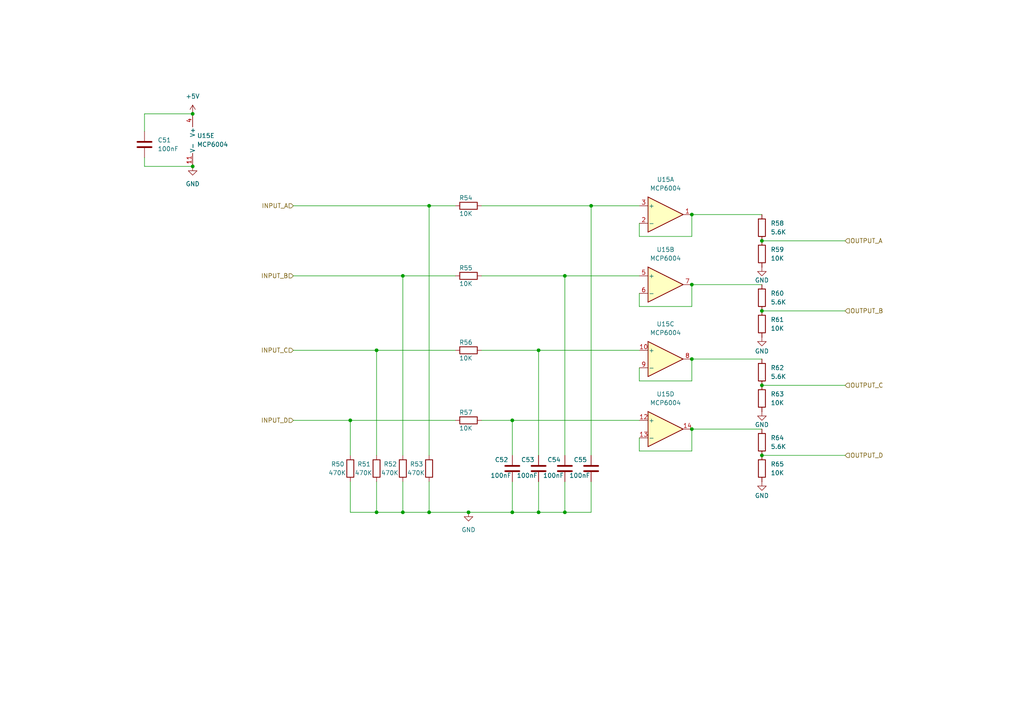
<source format=kicad_sch>
(kicad_sch (version 20250114) (generator "eeschema") (generator_version "9.0")
  (paper "A4")
  (lib_symbols
    (symbol "Amplifier_Operational:MCP6004" (pin_names (offset 0.127))
      (property "Reference" "U" (at 0 5.08 0))
      (property "Value" "MCP6004" (at 0 -5.08 0))
      (symbol "MCP6004_1_1"
        (polyline (pts (xy -5.08 5.08) (xy 5.08 0) (xy -5.08 -5.08) (xy -5.08 5.08)) (stroke (width 0.254)) (fill (type background)))
        (pin input line (at -7.62 2.54 0) (length 2.54) (name "+") (number "3"))
        (pin input line (at -7.62 -2.54 0) (length 2.54) (name "-") (number "2"))
        (pin output line (at 7.62 0 180) (length 2.54) (name "~") (number "1"))
      )
      (symbol "MCP6004_2_1"
        (polyline (pts (xy -5.08 5.08) (xy 5.08 0) (xy -5.08 -5.08) (xy -5.08 5.08)) (stroke (width 0.254)) (fill (type background)))
        (pin input line (at -7.62 2.54 0) (length 2.54) (name "+") (number "5"))
        (pin input line (at -7.62 -2.54 0) (length 2.54) (name "-") (number "6"))
        (pin output line (at 7.62 0 180) (length 2.54) (name "~") (number "7"))
      )
      (symbol "MCP6004_3_1"
        (polyline (pts (xy -5.08 5.08) (xy 5.08 0) (xy -5.08 -5.08) (xy -5.08 5.08)) (stroke (width 0.254)) (fill (type background)))
        (pin input line (at -7.62 2.54 0) (length 2.54) (name "+") (number "10"))
        (pin input line (at -7.62 -2.54 0) (length 2.54) (name "-") (number "9"))
        (pin output line (at 7.62 0 180) (length 2.54) (name "~") (number "8"))
      )
      (symbol "MCP6004_4_1"
        (polyline (pts (xy -5.08 5.08) (xy 5.08 0) (xy -5.08 -5.08) (xy -5.08 5.08)) (stroke (width 0.254)) (fill (type background)))
        (pin input line (at -7.62 2.54 0) (length 2.54) (name "+") (number "12"))
        (pin input line (at -7.62 -2.54 0) (length 2.54) (name "-") (number "13"))
        (pin output line (at 7.62 0 180) (length 2.54) (name "~") (number "14"))
      )
      (symbol "MCP6004_5_1"
        (pin power_in line (at -2.54 7.62 270) (length 3.81) (name "V+") (number "4"))
        (pin power_in line (at -2.54 -7.62 90) (length 3.81) (name "V-") (number "11"))
      )
    )
    (symbol "Device:C" (pin_numbers (hide yes)) (pin_names (offset 0.254))
      (property "Reference" "C" (at 0.635 2.54 0))
      (property "Value" "C" (at 0.635 -2.54 0))
      (symbol "C_0_1"
        (polyline (pts (xy -2.032 0.762) (xy 2.032 0.762)) (stroke (width 0.508)))
        (polyline (pts (xy -2.032 -0.762) (xy 2.032 -0.762)) (stroke (width 0.508)))
      )
      (symbol "C_1_1"
        (pin passive line (at 0 3.81 270) (length 2.794) (name "~") (number "1"))
        (pin passive line (at 0 -3.81 90) (length 2.794) (name "~") (number "2"))
      )
    )
    (symbol "Device:R" (pin_numbers (hide yes)) (pin_names (offset 0))
      (property "Reference" "R" (at 2.032 0 90))
      (property "Value" "R" (at 0 0 90))
      (symbol "R_0_1"
        (rectangle (start -1.016 -2.54) (end 1.016 2.54) (stroke (width 0.254)))
      )
      (symbol "R_1_1"
        (pin passive line (at 0 3.81 270) (length 1.27) (name "~") (number "1"))
        (pin passive line (at 0 -3.81 90) (length 1.27) (name "~") (number "2"))
      )
    )
    (symbol "power:+5V" (power) (pin_numbers (hide yes)) (pin_names (offset 0) (hide yes))
      (property "Value" "+5V" (at 0 3.556 0))
      (symbol "+5V_0_1"
        (polyline (pts (xy -0.762 1.27) (xy 0 2.54)))
        (polyline (pts (xy 0 2.54) (xy 0.762 1.27)))
        (polyline (pts (xy 0 0) (xy 0 2.54)))
      )
      (symbol "+5V_1_1"
        (pin power_in line (at 0 0 90) (length 0) (name "~") (number "1"))
      )
    )
    (symbol "power:GND" (power) (pin_numbers (hide yes)) (pin_names (offset 0) (hide yes))
      (property "Value" "GND" (at 0 -3.81 0))
      (symbol "GND_0_1"
        (polyline (pts (xy 0 0) (xy 0 -1.27) (xy 1.27 -1.27) (xy 0 -2.54) (xy -1.27 -1.27) (xy 0 -1.27)))
      )
      (symbol "GND_1_1"
        (pin power_in line (at 0 0 270) (length 0) (name "~") (number "1"))
      )
    )
  )
  (junction (at 55.88 33.02))
  (junction (at 101.6 121.92))
  (junction (at 200.66 104.14))
  (junction (at 124.46 59.69))
  (junction (at 116.84 148.59))
  (junction (at 200.66 82.55))
  (junction (at 220.98 90.17))
  (junction (at 220.98 111.76))
  (junction (at 220.98 69.85))
  (junction (at 200.66 124.46))
  (junction (at 135.89 148.59))
  (junction (at 148.59 121.92))
  (junction (at 109.22 148.59))
  (junction (at 156.21 148.59))
  (junction (at 156.21 101.6))
  (junction (at 109.22 101.6))
  (junction (at 116.84 80.01))
  (junction (at 163.83 148.59))
  (junction (at 220.98 132.08))
  (junction (at 171.45 59.69))
  (junction (at 124.46 148.59))
  (junction (at 148.59 148.59))
  (junction (at 163.83 80.01))
  (junction (at 55.88 48.26))
  (junction (at 200.66 62.23))
  (wire (pts (xy 220.98 111.76) (xy 245.11 111.76)))
  (wire (pts (xy 116.84 148.59) (xy 124.46 148.59)))
  (wire (pts (xy 124.46 59.69) (xy 132.08 59.69)))
  (wire (pts (xy 220.98 90.17) (xy 245.11 90.17)))
  (wire (pts (xy 171.45 148.59) (xy 163.83 148.59)))
  (wire (pts (xy 156.21 101.6) (xy 185.42 101.6)))
  (wire (pts (xy 139.7 59.69) (xy 171.45 59.69)))
  (wire (pts (xy 185.42 110.49) (xy 200.66 110.49)))
  (wire (pts (xy 139.7 121.92) (xy 148.59 121.92)))
  (wire (pts (xy 124.46 139.7) (xy 124.46 148.59)))
  (wire (pts (xy 163.83 148.59) (xy 156.21 148.59)))
  (wire (pts (xy 124.46 59.69) (xy 124.46 132.08)))
  (wire (pts (xy 148.59 121.92) (xy 185.42 121.92)))
  (wire (pts (xy 185.42 127) (xy 185.42 130.81)))
  (wire (pts (xy 156.21 148.59) (xy 148.59 148.59)))
  (wire (pts (xy 200.66 110.49) (xy 200.66 104.14)))
  (wire (pts (xy 185.42 85.09) (xy 185.42 88.9)))
  (wire (pts (xy 200.66 124.46) (xy 200.66 130.81)))
  (wire (pts (xy 220.98 69.85) (xy 245.11 69.85)))
  (wire (pts (xy 85.09 121.92) (xy 101.6 121.92)))
  (wire (pts (xy 139.7 80.01) (xy 163.83 80.01)))
  (wire (pts (xy 156.21 139.7) (xy 156.21 148.59)))
  (wire (pts (xy 101.6 139.7) (xy 101.6 148.59)))
  (wire (pts (xy 148.59 139.7) (xy 148.59 148.59)))
  (wire (pts (xy 171.45 59.69) (xy 185.42 59.69)))
  (wire (pts (xy 85.09 101.6) (xy 109.22 101.6)))
  (wire (pts (xy 220.98 132.08) (xy 245.11 132.08)))
  (wire (pts (xy 116.84 139.7) (xy 116.84 148.59)))
  (wire (pts (xy 109.22 139.7) (xy 109.22 148.59)))
  (wire (pts (xy 85.09 80.01) (xy 116.84 80.01)))
  (wire (pts (xy 109.22 148.59) (xy 116.84 148.59)))
  (wire (pts (xy 109.22 101.6) (xy 132.08 101.6)))
  (wire (pts (xy 41.91 33.02) (xy 55.88 33.02)))
  (wire (pts (xy 185.42 64.77) (xy 185.42 68.58)))
  (wire (pts (xy 101.6 121.92) (xy 101.6 132.08)))
  (wire (pts (xy 148.59 148.59) (xy 135.89 148.59)))
  (wire (pts (xy 109.22 101.6) (xy 109.22 132.08)))
  (wire (pts (xy 139.7 101.6) (xy 156.21 101.6)))
  (wire (pts (xy 124.46 148.59) (xy 135.89 148.59)))
  (wire (pts (xy 41.91 48.26) (xy 55.88 48.26)))
  (wire (pts (xy 200.66 68.58) (xy 200.66 62.23)))
  (wire (pts (xy 41.91 38.1) (xy 41.91 33.02)))
  (wire (pts (xy 185.42 130.81) (xy 200.66 130.81)))
  (wire (pts (xy 171.45 139.7) (xy 171.45 148.59)))
  (wire (pts (xy 220.98 104.14) (xy 200.66 104.14)))
  (wire (pts (xy 163.83 80.01) (xy 185.42 80.01)))
  (wire (pts (xy 185.42 106.68) (xy 185.42 110.49)))
  (wire (pts (xy 171.45 59.69) (xy 171.45 132.08)))
  (wire (pts (xy 163.83 80.01) (xy 163.83 132.08)))
  (wire (pts (xy 101.6 148.59) (xy 109.22 148.59)))
  (wire (pts (xy 163.83 139.7) (xy 163.83 148.59)))
  (wire (pts (xy 185.42 68.58) (xy 200.66 68.58)))
  (wire (pts (xy 185.42 88.9) (xy 200.66 88.9)))
  (wire (pts (xy 220.98 124.46) (xy 200.66 124.46)))
  (wire (pts (xy 156.21 101.6) (xy 156.21 132.08)))
  (wire (pts (xy 116.84 80.01) (xy 132.08 80.01)))
  (wire (pts (xy 220.98 62.23) (xy 200.66 62.23)))
  (wire (pts (xy 220.98 82.55) (xy 200.66 82.55)))
  (wire (pts (xy 200.66 88.9) (xy 200.66 82.55)))
  (wire (pts (xy 116.84 80.01) (xy 116.84 132.08)))
  (wire (pts (xy 85.09 59.69) (xy 124.46 59.69)))
  (wire (pts (xy 148.59 121.92) (xy 148.59 132.08)))
  (wire (pts (xy 41.91 45.72) (xy 41.91 48.26)))
  (wire (pts (xy 101.6 121.92) (xy 132.08 121.92)))
  (hierarchical_label "OUTPUT_C" (shape input) (at 245.11 111.76 0))
  (hierarchical_label "INPUT_C" (shape input) (at 85.09 101.6 180))
  (hierarchical_label "INPUT_D" (shape input) (at 85.09 121.92 180))
  (hierarchical_label "OUTPUT_A" (shape input) (at 245.11 69.85 0))
  (hierarchical_label "OUTPUT_B" (shape input) (at 245.11 90.17 0))
  (hierarchical_label "INPUT_B" (shape input) (at 85.09 80.01 180))
  (hierarchical_label "INPUT_A" (shape input) (at 85.09 59.69 180))
  (hierarchical_label "OUTPUT_D" (shape input) (at 245.11 132.08 0))
  (symbol (lib_id "power:GND") (at 220.98 139.7 0) (unit 1)
    (property "Reference" "#PWR059" (effects (hide yes)))
    (property "Value" "GND" (at 220.98 143.764 0))
    (property "Description" "Power symbol creates a global label with name \"GND\" , ground" (effects (hide yes)))
    (instances (project "grblHAL" (path "" (reference "#PWR0103") (unit 1)) (path "" (reference "#PWR059") (unit 1))))
  )
  (symbol (lib_id "Device:R") (at 220.98 135.89 0) (unit 1)
    (property "Reference" "R27" (at 223.52 134.6199 0) (effects (justify left)))
    (property "Value" "10K" (at 223.52 137.1599 0) (effects (justify left)))
    (property "Footprint" "Resistor_SMD:R_0603_1608Metric" (effects (hide yes)))
    (property "Datasheet" "https://wmsc.lcsc.com/wmsc/upload/file/pdf/v2/lcsc/2206010045_UNI-ROYAL-Uniroyal-Elec-0603WAF1002T5E_C25804.pdf" (effects (hide yes)))
    (property "Description" "100mW Thick Film Resistors 75V ±100ppm/℃ ±1% 10kΩ 0603 Chip Resistor - Surface Mount ROHS" (effects (hide yes)))
    (property "LCSC" "C25804" (effects (hide yes)))
    (property "#" "C25804" (effects (hide yes)))
    (property "Height" ".45" (effects (hide yes)))
    (property "Length" "1.6" (effects (hide yes)))
    (property "Tape" "8x4" (effects (hide yes)))
    (property "Width" ".8" (effects (hide yes)))
    (instances (project "grblHAL" (path "" (reference "R65") (unit 1)) (path "" (reference "R27") (unit 1))))
  )
  (symbol (lib_id "Device:R") (at 220.98 115.57 0) (unit 1)
    (property "Reference" "R25" (at 223.52 114.2999 0) (effects (justify left)))
    (property "Value" "10K" (at 223.52 116.8399 0) (effects (justify left)))
    (property "Footprint" "Resistor_SMD:R_0603_1608Metric" (effects (hide yes)))
    (property "Datasheet" "https://wmsc.lcsc.com/wmsc/upload/file/pdf/v2/lcsc/2206010045_UNI-ROYAL-Uniroyal-Elec-0603WAF1002T5E_C25804.pdf" (effects (hide yes)))
    (property "Description" "100mW Thick Film Resistors 75V ±100ppm/℃ ±1% 10kΩ 0603 Chip Resistor - Surface Mount ROHS" (effects (hide yes)))
    (property "LCSC" "C25804" (effects (hide yes)))
    (property "#" "C25804" (effects (hide yes)))
    (property "Height" ".45" (effects (hide yes)))
    (property "Length" "1.6" (effects (hide yes)))
    (property "Tape" "8x4" (effects (hide yes)))
    (property "Width" ".8" (effects (hide yes)))
    (instances (project "grblHAL" (path "" (reference "R63") (unit 1)) (path "" (reference "R25") (unit 1))))
  )
  (symbol (lib_id "Amplifier_Operational:MCP6004") (at 193.04 62.23 0) (unit 1)
    (property "Reference" "U6" (at 193.04 52.07 0))
    (property "Value" "MCP6004" (at 193.04 54.61 0))
    (property "Footprint" "Package_SO:TSSOP-14_4.4x5mm_P0.65mm" (effects (hide yes)))
    (property "Datasheet" "https://datasheet.lcsc.com/lcsc/2304140030_Microchip-Tech-MCP6004T-I-ST_C50282.pdf?_gl=1*o5s3gq*_ga*MTA5OTM3NDU3Ny4xNzE3ODEwNDk4*_ga_98M84MKSZH*MTcxODA3ODI1MC4xOS4xLjE3MTgwODMwOTkuNTIuMC4w" (effects (hide yes)))
    (property "Description" "1pA Quad 1MHz TSSOP-14 Operational Amplifier ROHS" (effects (hide yes)))
    (property "LCSC" "C50282" (effects (hide yes)))
    (property "#" "C50282" (effects (hide yes)))
    (instances (project "grblHAL" (path "" (reference "U15") (unit 1)) (path "" (reference "U6") (unit 1))))
  )
  (symbol (lib_id "Amplifier_Operational:MCP6004") (at 193.04 124.46 0) (unit 4)
    (property "Reference" "U6" (at 193.04 114.3 0))
    (property "Value" "MCP6004" (at 193.04 116.84 0))
    (property "Footprint" "Package_SO:TSSOP-14_4.4x5mm_P0.65mm" (effects (hide yes)))
    (property "Datasheet" "https://datasheet.lcsc.com/lcsc/2304140030_Microchip-Tech-MCP6004T-I-ST_C50282.pdf?_gl=1*o5s3gq*_ga*MTA5OTM3NDU3Ny4xNzE3ODEwNDk4*_ga_98M84MKSZH*MTcxODA3ODI1MC4xOS4xLjE3MTgwODMwOTkuNTIuMC4w" (effects (hide yes)))
    (property "Description" "1pA Quad 1MHz TSSOP-14 Operational Amplifier ROHS" (effects (hide yes)))
    (property "LCSC" "C50282" (effects (hide yes)))
    (property "#" "C50282" (effects (hide yes)))
    (instances (project "grblHAL" (path "" (reference "U15") (unit 4)) (path "" (reference "U6") (unit 4))))
  )
  (symbol (lib_id "power:GND") (at 220.98 119.38 0) (unit 1)
    (property "Reference" "#PWR058" (effects (hide yes)))
    (property "Value" "GND" (at 220.98 123.19 0))
    (property "Description" "Power symbol creates a global label with name \"GND\" , ground" (effects (hide yes)))
    (instances (project "grblHAL" (path "" (reference "#PWR0102") (unit 1)) (path "" (reference "#PWR058") (unit 1))))
  )
  (symbol (lib_id "Device:R") (at 135.89 80.01 90) (unit 1)
    (property "Reference" "R17" (at 135.128 77.724 90))
    (property "Value" "10K" (at 135.128 82.296 90))
    (property "Footprint" "Resistor_SMD:R_0603_1608Metric" (effects (hide yes)))
    (property "Datasheet" "https://wmsc.lcsc.com/wmsc/upload/file/pdf/v2/lcsc/2206010045_UNI-ROYAL-Uniroyal-Elec-0603WAF1002T5E_C25804.pdf" (effects (hide yes)))
    (property "Description" "100mW Thick Film Resistors 75V ±100ppm/℃ ±1% 10kΩ 0603 Chip Resistor - Surface Mount ROHS" (effects (hide yes)))
    (property "LCSC" "C25804" (effects (hide yes)))
    (property "#" "C25804" (effects (hide yes)))
    (property "Height" ".45" (effects (hide yes)))
    (property "Length" "1.6" (effects (hide yes)))
    (property "Tape" "8x4" (effects (hide yes)))
    (property "Width" ".8" (effects (hide yes)))
    (instances (project "grblHAL" (path "" (reference "R55") (unit 1)) (path "" (reference "R17") (unit 1))))
  )
  (symbol (lib_id "Device:R") (at 135.89 59.69 90) (unit 1)
    (property "Reference" "R16" (at 135.128 57.404 90))
    (property "Value" "10K" (at 135.128 61.976 90))
    (property "Footprint" "Resistor_SMD:R_0603_1608Metric" (effects (hide yes)))
    (property "Datasheet" "https://wmsc.lcsc.com/wmsc/upload/file/pdf/v2/lcsc/2206010045_UNI-ROYAL-Uniroyal-Elec-0603WAF1002T5E_C25804.pdf" (effects (hide yes)))
    (property "Description" "100mW Thick Film Resistors 75V ±100ppm/℃ ±1% 10kΩ 0603 Chip Resistor - Surface Mount ROHS" (effects (hide yes)))
    (property "LCSC" "C25804" (effects (hide yes)))
    (property "#" "C25804" (effects (hide yes)))
    (property "Height" ".45" (effects (hide yes)))
    (property "Length" "1.6" (effects (hide yes)))
    (property "Tape" "8x4" (effects (hide yes)))
    (property "Width" ".8" (effects (hide yes)))
    (instances (project "grblHAL" (path "" (reference "R54") (unit 1)) (path "" (reference "R16") (unit 1))))
  )
  (symbol (lib_id "Amplifier_Operational:MCP6004") (at 58.42 40.64 0) (unit 5)
    (property "Reference" "U6" (at 57.15 39.3699 0) (effects (justify left)))
    (property "Value" "MCP6004" (at 57.15 41.9099 0) (effects (justify left)))
    (property "Footprint" "Package_SO:TSSOP-14_4.4x5mm_P0.65mm" (effects (hide yes)))
    (property "Datasheet" "https://datasheet.lcsc.com/lcsc/2304140030_Microchip-Tech-MCP6004T-I-ST_C50282.pdf?_gl=1*o5s3gq*_ga*MTA5OTM3NDU3Ny4xNzE3ODEwNDk4*_ga_98M84MKSZH*MTcxODA3ODI1MC4xOS4xLjE3MTgwODMwOTkuNTIuMC4w" (effects (hide yes)))
    (property "Description" "1pA Quad 1MHz TSSOP-14 Operational Amplifier ROHS" (effects (hide yes)))
    (property "LCSC" "C50282" (effects (hide yes)))
    (property "#" "C50282" (effects (hide yes)))
    (instances (project "grblHAL" (path "" (reference "U15") (unit 5)) (path "" (reference "U6") (unit 5))))
  )
  (symbol (lib_id "Device:C") (at 171.45 135.89 0) (unit 1)
    (property "Reference" "C39" (at 166.37 133.35 0) (effects (justify left)))
    (property "Value" "100nF" (at 165.1 137.922 0) (effects (justify left)))
    (property "Footprint" "Capacitor_SMD:C_0603_1608Metric" (effects (hide yes)))
    (property "Datasheet" "https://wmsc.lcsc.com/wmsc/upload/file/pdf/v2/lcsc/2211101700_YAGEO-CC0603KRX7R9BB104_C14663.pdf" (effects (hide yes)))
    (property "Description" "50V 100nF X7R ±10% 0603 Multilayer Ceramic Capacitors MLCC - SMD/SMT ROHS" (effects (hide yes)))
    (property "LCSC" "C14663" (effects (hide yes)))
    (property "#" "C14663" (effects (hide yes)))
    (property "Height" ".8" (effects (hide yes)))
    (property "Length" "1.6" (effects (hide yes)))
    (property "Tape" "8x4" (effects (hide yes)))
    (property "Width" ".8" (effects (hide yes)))
    (instances (project "grblHAL" (path "" (reference "C55") (unit 1)) (path "" (reference "C39") (unit 1))))
  )
  (symbol (lib_id "Device:R") (at 220.98 86.36 0) (unit 1)
    (property "Reference" "R22" (at 223.52 85.0899 0) (effects (justify left)))
    (property "Value" "5.6K" (at 223.52 87.6299 0) (effects (justify left)))
    (property "Footprint" "Resistor_SMD:R_0603_1608Metric" (effects (hide yes)))
    (property "Datasheet" "https://wmsc.lcsc.com/wmsc/upload/file/pdf/v2/lcsc/2206010116_UNI-ROYAL-Uniroyal-Elec-0603WAF5601T5E_C23189.pdf" (effects (hide yes)))
    (property "Description" "100mW Thick Film Resistors 75V ±100ppm/℃ ±1% 5.6kΩ 0603 Chip Resistor - Surface Mount ROHS" (effects (hide yes)))
    (property "LCSC" "C23189" (effects (hide yes)))
    (property "#" "C23189" (effects (hide yes)))
    (property "Height" ".45" (effects (hide yes)))
    (property "Length" "1.6" (effects (hide yes)))
    (property "Tape" "8x4" (effects (hide yes)))
    (property "Width" ".8" (effects (hide yes)))
    (instances (project "grblHAL" (path "" (reference "R60") (unit 1)) (path "" (reference "R22") (unit 1))))
  )
  (symbol (lib_id "Device:C") (at 156.21 135.89 0) (unit 1)
    (property "Reference" "C37" (at 151.13 133.35 0) (effects (justify left)))
    (property "Value" "100nF" (at 149.86 137.922 0) (effects (justify left)))
    (property "Footprint" "Capacitor_SMD:C_0603_1608Metric" (effects (hide yes)))
    (property "Datasheet" "https://wmsc.lcsc.com/wmsc/upload/file/pdf/v2/lcsc/2211101700_YAGEO-CC0603KRX7R9BB104_C14663.pdf" (effects (hide yes)))
    (property "Description" "50V 100nF X7R ±10% 0603 Multilayer Ceramic Capacitors MLCC - SMD/SMT ROHS" (effects (hide yes)))
    (property "LCSC" "C14663" (effects (hide yes)))
    (property "#" "C14663" (effects (hide yes)))
    (property "Height" ".8" (effects (hide yes)))
    (property "Length" "1.6" (effects (hide yes)))
    (property "Tape" "8x4" (effects (hide yes)))
    (property "Width" ".8" (effects (hide yes)))
    (instances (project "grblHAL" (path "" (reference "C53") (unit 1)) (path "" (reference "C37") (unit 1))))
  )
  (symbol (lib_id "power:GND") (at 220.98 97.79 0) (unit 1)
    (property "Reference" "#PWR057" (effects (hide yes)))
    (property "Value" "GND" (at 220.98 101.854 0))
    (property "Description" "Power symbol creates a global label with name \"GND\" , ground" (effects (hide yes)))
    (instances (project "grblHAL" (path "" (reference "#PWR0101") (unit 1)) (path "" (reference "#PWR057") (unit 1))))
  )
  (symbol (lib_id "power:+5V") (at 55.88 33.02 0) (unit 1)
    (property "Reference" "#PWR053" (effects (hide yes)))
    (property "Value" "+5V" (at 55.88 27.94 0))
    (property "Description" "Power symbol creates a global label with name \"+5V\"" (effects (hide yes)))
    (instances (project "grblHAL" (path "" (reference "#PWR097") (unit 1)) (path "" (reference "#PWR053") (unit 1))))
  )
  (symbol (lib_id "Device:R") (at 220.98 128.27 0) (unit 1)
    (property "Reference" "R26" (at 223.52 126.9999 0) (effects (justify left)))
    (property "Value" "5.6K" (at 223.52 129.5399 0) (effects (justify left)))
    (property "Footprint" "Resistor_SMD:R_0603_1608Metric" (effects (hide yes)))
    (property "Datasheet" "https://wmsc.lcsc.com/wmsc/upload/file/pdf/v2/lcsc/2206010116_UNI-ROYAL-Uniroyal-Elec-0603WAF5601T5E_C23189.pdf" (effects (hide yes)))
    (property "Description" "100mW Thick Film Resistors 75V ±100ppm/℃ ±1% 5.6kΩ 0603 Chip Resistor - Surface Mount ROHS" (effects (hide yes)))
    (property "LCSC" "C23189" (effects (hide yes)))
    (property "#" "C23189" (effects (hide yes)))
    (property "Height" ".45" (effects (hide yes)))
    (property "Length" "1.6" (effects (hide yes)))
    (property "Tape" "8x4" (effects (hide yes)))
    (property "Width" ".8" (effects (hide yes)))
    (instances (project "grblHAL" (path "" (reference "R64") (unit 1)) (path "" (reference "R26") (unit 1))))
  )
  (symbol (lib_id "Device:C") (at 148.59 135.89 0) (unit 1)
    (property "Reference" "C36" (at 143.51 133.35 0) (effects (justify left)))
    (property "Value" "100nF" (at 142.24 137.922 0) (effects (justify left)))
    (property "Footprint" "Capacitor_SMD:C_0603_1608Metric" (effects (hide yes)))
    (property "Datasheet" "https://wmsc.lcsc.com/wmsc/upload/file/pdf/v2/lcsc/2211101700_YAGEO-CC0603KRX7R9BB104_C14663.pdf" (effects (hide yes)))
    (property "Description" "50V 100nF X7R ±10% 0603 Multilayer Ceramic Capacitors MLCC - SMD/SMT ROHS" (effects (hide yes)))
    (property "LCSC" "C14663" (effects (hide yes)))
    (property "#" "C14663" (effects (hide yes)))
    (property "Height" ".8" (effects (hide yes)))
    (property "Length" "1.6" (effects (hide yes)))
    (property "Tape" "8x4" (effects (hide yes)))
    (property "Width" ".8" (effects (hide yes)))
    (instances (project "grblHAL" (path "" (reference "C52") (unit 1)) (path "" (reference "C36") (unit 1))))
  )
  (symbol (lib_id "Device:R") (at 116.84 135.89 0) (unit 1)
    (property "Reference" "R14" (at 111.252 134.62 0) (effects (justify left)))
    (property "Value" "470K" (at 110.49 137.16 0) (effects (justify left)))
    (property "Footprint" "Resistor_SMD:R_0603_1608Metric" (effects (hide yes)))
    (property "Datasheet" "https://wmsc.lcsc.com/wmsc/upload/file/pdf/v2/lcsc/2206010116_UNI-ROYAL-Uniroyal-Elec-0603WAF4703T5E_C23178.pdf" (effects (hide yes)))
    (property "Description" "100mW Thick Film Resistors 75V ±100ppm/℃ ±1% 470kΩ 0603 Chip Resistor - Surface Mount ROHS" (effects (hide yes)))
    (property "LCSC" "C23178" (effects (hide yes)))
    (property "#" "C23178" (effects (hide yes)))
    (property "Height" ".45" (effects (hide yes)))
    (property "Length" "1.6" (effects (hide yes)))
    (property "Tape" "8x4" (effects (hide yes)))
    (property "Width" ".8" (effects (hide yes)))
    (instances (project "grblHAL" (path "" (reference "R52") (unit 1)) (path "" (reference "R14") (unit 1))))
  )
  (symbol (lib_id "Amplifier_Operational:MCP6004") (at 193.04 82.55 0) (unit 2)
    (property "Reference" "U6" (at 193.04 72.39 0))
    (property "Value" "MCP6004" (at 193.04 74.93 0))
    (property "Footprint" "Package_SO:TSSOP-14_4.4x5mm_P0.65mm" (effects (hide yes)))
    (property "Datasheet" "https://datasheet.lcsc.com/lcsc/2304140030_Microchip-Tech-MCP6004T-I-ST_C50282.pdf?_gl=1*o5s3gq*_ga*MTA5OTM3NDU3Ny4xNzE3ODEwNDk4*_ga_98M84MKSZH*MTcxODA3ODI1MC4xOS4xLjE3MTgwODMwOTkuNTIuMC4w" (effects (hide yes)))
    (property "Description" "1pA Quad 1MHz TSSOP-14 Operational Amplifier ROHS" (effects (hide yes)))
    (property "LCSC" "C50282" (effects (hide yes)))
    (property "#" "C50282" (effects (hide yes)))
    (instances (project "grblHAL" (path "" (reference "U15") (unit 2)) (path "" (reference "U6") (unit 2))))
  )
  (symbol (lib_id "Device:R") (at 124.46 135.89 0) (unit 1)
    (property "Reference" "R15" (at 118.872 134.62 0) (effects (justify left)))
    (property "Value" "470K" (at 118.11 137.16 0) (effects (justify left)))
    (property "Footprint" "Resistor_SMD:R_0603_1608Metric" (effects (hide yes)))
    (property "Datasheet" "https://wmsc.lcsc.com/wmsc/upload/file/pdf/v2/lcsc/2206010116_UNI-ROYAL-Uniroyal-Elec-0603WAF4703T5E_C23178.pdf" (effects (hide yes)))
    (property "Description" "100mW Thick Film Resistors 75V ±100ppm/℃ ±1% 470kΩ 0603 Chip Resistor - Surface Mount ROHS" (effects (hide yes)))
    (property "LCSC" "C23178" (effects (hide yes)))
    (property "#" "C23178" (effects (hide yes)))
    (property "Height" ".45" (effects (hide yes)))
    (property "Length" "1.6" (effects (hide yes)))
    (property "Tape" "8x4" (effects (hide yes)))
    (property "Width" ".8" (effects (hide yes)))
    (instances (project "grblHAL" (path "" (reference "R53") (unit 1)) (path "" (reference "R15") (unit 1))))
  )
  (symbol (lib_id "Amplifier_Operational:MCP6004") (at 193.04 104.14 0) (unit 3)
    (property "Reference" "U6" (at 193.04 93.98 0))
    (property "Value" "MCP6004" (at 193.04 96.52 0))
    (property "Footprint" "Package_SO:TSSOP-14_4.4x5mm_P0.65mm" (effects (hide yes)))
    (property "Datasheet" "https://datasheet.lcsc.com/lcsc/2304140030_Microchip-Tech-MCP6004T-I-ST_C50282.pdf?_gl=1*o5s3gq*_ga*MTA5OTM3NDU3Ny4xNzE3ODEwNDk4*_ga_98M84MKSZH*MTcxODA3ODI1MC4xOS4xLjE3MTgwODMwOTkuNTIuMC4w" (effects (hide yes)))
    (property "Description" "1pA Quad 1MHz TSSOP-14 Operational Amplifier ROHS" (effects (hide yes)))
    (property "LCSC" "C50282" (effects (hide yes)))
    (property "#" "C50282" (effects (hide yes)))
    (instances (project "grblHAL" (path "" (reference "U15") (unit 3)) (path "" (reference "U6") (unit 3))))
  )
  (symbol (lib_id "Device:R") (at 135.89 121.92 90) (unit 1)
    (property "Reference" "R19" (at 135.128 119.634 90))
    (property "Value" "10K" (at 135.128 124.206 90))
    (property "Footprint" "Resistor_SMD:R_0603_1608Metric" (effects (hide yes)))
    (property "Datasheet" "https://wmsc.lcsc.com/wmsc/upload/file/pdf/v2/lcsc/2206010045_UNI-ROYAL-Uniroyal-Elec-0603WAF1002T5E_C25804.pdf" (effects (hide yes)))
    (property "Description" "100mW Thick Film Resistors 75V ±100ppm/℃ ±1% 10kΩ 0603 Chip Resistor - Surface Mount ROHS" (effects (hide yes)))
    (property "LCSC" "C25804" (effects (hide yes)))
    (property "#" "C25804" (effects (hide yes)))
    (property "Height" ".45" (effects (hide yes)))
    (property "Length" "1.6" (effects (hide yes)))
    (property "Tape" "8x4" (effects (hide yes)))
    (property "Width" ".8" (effects (hide yes)))
    (instances (project "grblHAL" (path "" (reference "R57") (unit 1)) (path "" (reference "R19") (unit 1))))
  )
  (symbol (lib_id "Device:R") (at 220.98 93.98 0) (unit 1)
    (property "Reference" "R23" (at 223.52 92.7099 0) (effects (justify left)))
    (property "Value" "10K" (at 223.52 95.2499 0) (effects (justify left)))
    (property "Footprint" "Resistor_SMD:R_0603_1608Metric" (effects (hide yes)))
    (property "Datasheet" "https://wmsc.lcsc.com/wmsc/upload/file/pdf/v2/lcsc/2206010045_UNI-ROYAL-Uniroyal-Elec-0603WAF1002T5E_C25804.pdf" (effects (hide yes)))
    (property "Description" "100mW Thick Film Resistors 75V ±100ppm/℃ ±1% 10kΩ 0603 Chip Resistor - Surface Mount ROHS" (effects (hide yes)))
    (property "LCSC" "C25804" (effects (hide yes)))
    (property "#" "C25804" (effects (hide yes)))
    (property "Height" ".45" (effects (hide yes)))
    (property "Length" "1.6" (effects (hide yes)))
    (property "Tape" "8x4" (effects (hide yes)))
    (property "Width" ".8" (effects (hide yes)))
    (instances (project "grblHAL" (path "" (reference "R61") (unit 1)) (path "" (reference "R23") (unit 1))))
  )
  (symbol (lib_id "Device:R") (at 101.6 135.89 0) (unit 1)
    (property "Reference" "R12" (at 96.012 134.62 0) (effects (justify left)))
    (property "Value" "470K" (at 95.25 137.16 0) (effects (justify left)))
    (property "Footprint" "Resistor_SMD:R_0603_1608Metric" (effects (hide yes)))
    (property "Datasheet" "https://wmsc.lcsc.com/wmsc/upload/file/pdf/v2/lcsc/2206010116_UNI-ROYAL-Uniroyal-Elec-0603WAF4703T5E_C23178.pdf" (effects (hide yes)))
    (property "Description" "100mW Thick Film Resistors 75V ±100ppm/℃ ±1% 470kΩ 0603 Chip Resistor - Surface Mount ROHS" (effects (hide yes)))
    (property "LCSC" "C23178" (effects (hide yes)))
    (property "#" "C23178" (effects (hide yes)))
    (property "Height" ".45" (effects (hide yes)))
    (property "Length" "1.6" (effects (hide yes)))
    (property "Tape" "8x4" (effects (hide yes)))
    (property "Width" ".8" (effects (hide yes)))
    (instances (project "grblHAL" (path "" (reference "R50") (unit 1)) (path "" (reference "R12") (unit 1))))
  )
  (symbol (lib_id "power:GND") (at 135.89 148.59 0) (unit 1)
    (property "Reference" "#PWR055" (effects (hide yes)))
    (property "Value" "GND" (at 135.89 153.67 0))
    (property "Description" "Power symbol creates a global label with name \"GND\" , ground" (effects (hide yes)))
    (instances (project "grblHAL" (path "" (reference "#PWR099") (unit 1)) (path "" (reference "#PWR055") (unit 1))))
  )
  (symbol (lib_id "Device:R") (at 135.89 101.6 90) (unit 1)
    (property "Reference" "R18" (at 135.128 99.314 90))
    (property "Value" "10K" (at 135.128 103.886 90))
    (property "Footprint" "Resistor_SMD:R_0603_1608Metric" (effects (hide yes)))
    (property "Datasheet" "https://wmsc.lcsc.com/wmsc/upload/file/pdf/v2/lcsc/2206010045_UNI-ROYAL-Uniroyal-Elec-0603WAF1002T5E_C25804.pdf" (effects (hide yes)))
    (property "Description" "100mW Thick Film Resistors 75V ±100ppm/℃ ±1% 10kΩ 0603 Chip Resistor - Surface Mount ROHS" (effects (hide yes)))
    (property "LCSC" "C25804" (effects (hide yes)))
    (property "#" "C25804" (effects (hide yes)))
    (property "Height" ".45" (effects (hide yes)))
    (property "Length" "1.6" (effects (hide yes)))
    (property "Tape" "8x4" (effects (hide yes)))
    (property "Width" ".8" (effects (hide yes)))
    (instances (project "grblHAL" (path "" (reference "R56") (unit 1)) (path "" (reference "R18") (unit 1))))
  )
  (symbol (lib_id "Device:C") (at 41.91 41.91 0) (unit 1)
    (property "Reference" "C35" (at 45.72 40.6399 0) (effects (justify left)))
    (property "Value" "100nF" (at 45.72 43.1799 0) (effects (justify left)))
    (property "Footprint" "Capacitor_SMD:C_0603_1608Metric" (effects (hide yes)))
    (property "Datasheet" "https://wmsc.lcsc.com/wmsc/upload/file/pdf/v2/lcsc/2211101700_YAGEO-CC0603KRX7R9BB104_C14663.pdf" (effects (hide yes)))
    (property "Description" "50V 100nF X7R ±10% 0603 Multilayer Ceramic Capacitors MLCC - SMD/SMT ROHS" (effects (hide yes)))
    (property "LCSC" "C14663" (effects (hide yes)))
    (property "#" "C14663" (effects (hide yes)))
    (property "Height" ".8" (effects (hide yes)))
    (property "Length" "1.6" (effects (hide yes)))
    (property "Tape" "8x4" (effects (hide yes)))
    (property "Width" ".8" (effects (hide yes)))
    (instances (project "grblHAL" (path "" (reference "C51") (unit 1)) (path "" (reference "C35") (unit 1))))
  )
  (symbol (lib_id "Device:C") (at 163.83 135.89 0) (unit 1)
    (property "Reference" "C38" (at 158.75 133.35 0) (effects (justify left)))
    (property "Value" "100nF" (at 157.48 137.922 0) (effects (justify left)))
    (property "Footprint" "Capacitor_SMD:C_0603_1608Metric" (effects (hide yes)))
    (property "Datasheet" "https://wmsc.lcsc.com/wmsc/upload/file/pdf/v2/lcsc/2211101700_YAGEO-CC0603KRX7R9BB104_C14663.pdf" (effects (hide yes)))
    (property "Description" "50V 100nF X7R ±10% 0603 Multilayer Ceramic Capacitors MLCC - SMD/SMT ROHS" (effects (hide yes)))
    (property "LCSC" "C14663" (effects (hide yes)))
    (property "#" "C14663" (effects (hide yes)))
    (property "Height" ".8" (effects (hide yes)))
    (property "Length" "1.6" (effects (hide yes)))
    (property "Tape" "8x4" (effects (hide yes)))
    (property "Width" ".8" (effects (hide yes)))
    (instances (project "grblHAL" (path "" (reference "C54") (unit 1)) (path "" (reference "C38") (unit 1))))
  )
  (symbol (lib_id "Device:R") (at 220.98 107.95 0) (unit 1)
    (property "Reference" "R24" (at 223.52 106.6799 0) (effects (justify left)))
    (property "Value" "5.6K" (at 223.52 109.2199 0) (effects (justify left)))
    (property "Footprint" "Resistor_SMD:R_0603_1608Metric" (effects (hide yes)))
    (property "Datasheet" "https://wmsc.lcsc.com/wmsc/upload/file/pdf/v2/lcsc/2206010116_UNI-ROYAL-Uniroyal-Elec-0603WAF5601T5E_C23189.pdf" (effects (hide yes)))
    (property "Description" "100mW Thick Film Resistors 75V ±100ppm/℃ ±1% 5.6kΩ 0603 Chip Resistor - Surface Mount ROHS" (effects (hide yes)))
    (property "LCSC" "C23189" (effects (hide yes)))
    (property "#" "C23189" (effects (hide yes)))
    (property "Height" ".45" (effects (hide yes)))
    (property "Length" "1.6" (effects (hide yes)))
    (property "Tape" "8x4" (effects (hide yes)))
    (property "Width" ".8" (effects (hide yes)))
    (instances (project "grblHAL" (path "" (reference "R62") (unit 1)) (path "" (reference "R24") (unit 1))))
  )
  (symbol (lib_id "Device:R") (at 109.22 135.89 0) (unit 1)
    (property "Reference" "R13" (at 103.632 134.62 0) (effects (justify left)))
    (property "Value" "470K" (at 102.87 137.16 0) (effects (justify left)))
    (property "Footprint" "Resistor_SMD:R_0603_1608Metric" (effects (hide yes)))
    (property "Datasheet" "https://wmsc.lcsc.com/wmsc/upload/file/pdf/v2/lcsc/2206010116_UNI-ROYAL-Uniroyal-Elec-0603WAF4703T5E_C23178.pdf" (effects (hide yes)))
    (property "Description" "100mW Thick Film Resistors 75V ±100ppm/℃ ±1% 470kΩ 0603 Chip Resistor - Surface Mount ROHS" (effects (hide yes)))
    (property "LCSC" "C23178" (effects (hide yes)))
    (property "#" "C23178" (effects (hide yes)))
    (property "Height" ".45" (effects (hide yes)))
    (property "Length" "1.6" (effects (hide yes)))
    (property "Tape" "8x4" (effects (hide yes)))
    (property "Width" ".8" (effects (hide yes)))
    (instances (project "grblHAL" (path "" (reference "R51") (unit 1)) (path "" (reference "R13") (unit 1))))
  )
  (symbol (lib_id "power:GND") (at 55.88 48.26 0) (unit 1)
    (property "Reference" "#PWR054" (effects (hide yes)))
    (property "Value" "GND" (at 55.88 53.34 0))
    (property "Description" "Power symbol creates a global label with name \"GND\" , ground" (effects (hide yes)))
    (instances (project "grblHAL" (path "" (reference "#PWR098") (unit 1)) (path "" (reference "#PWR054") (unit 1))))
  )
  (symbol (lib_id "Device:R") (at 220.98 73.66 0) (unit 1)
    (property "Reference" "R21" (at 223.52 72.3899 0) (effects (justify left)))
    (property "Value" "10K" (at 223.52 74.9299 0) (effects (justify left)))
    (property "Footprint" "Resistor_SMD:R_0603_1608Metric" (effects (hide yes)))
    (property "Datasheet" "https://wmsc.lcsc.com/wmsc/upload/file/pdf/v2/lcsc/2206010045_UNI-ROYAL-Uniroyal-Elec-0603WAF1002T5E_C25804.pdf" (effects (hide yes)))
    (property "Description" "100mW Thick Film Resistors 75V ±100ppm/℃ ±1% 10kΩ 0603 Chip Resistor - Surface Mount ROHS" (effects (hide yes)))
    (property "LCSC" "C25804" (effects (hide yes)))
    (property "#" "C25804" (effects (hide yes)))
    (property "Height" ".45" (effects (hide yes)))
    (property "Length" "1.6" (effects (hide yes)))
    (property "Tape" "8x4" (effects (hide yes)))
    (property "Width" ".8" (effects (hide yes)))
    (instances (project "grblHAL" (path "" (reference "R59") (unit 1)) (path "" (reference "R21") (unit 1))))
  )
  (symbol (lib_id "Device:R") (at 220.98 66.04 0) (unit 1)
    (property "Reference" "R20" (at 223.52 64.7699 0) (effects (justify left)))
    (property "Value" "5.6K" (at 223.52 67.3099 0) (effects (justify left)))
    (property "Footprint" "Resistor_SMD:R_0603_1608Metric" (effects (hide yes)))
    (property "Datasheet" "https://wmsc.lcsc.com/wmsc/upload/file/pdf/v2/lcsc/2206010116_UNI-ROYAL-Uniroyal-Elec-0603WAF5601T5E_C23189.pdf" (effects (hide yes)))
    (property "Description" "100mW Thick Film Resistors 75V ±100ppm/℃ ±1% 5.6kΩ 0603 Chip Resistor - Surface Mount ROHS" (effects (hide yes)))
    (property "LCSC" "C23189" (effects (hide yes)))
    (property "#" "C23189" (effects (hide yes)))
    (property "Height" ".45" (effects (hide yes)))
    (property "Length" "1.6" (effects (hide yes)))
    (property "Tape" "8x4" (effects (hide yes)))
    (property "Width" ".8" (effects (hide yes)))
    (instances (project "grblHAL" (path "" (reference "R58") (unit 1)) (path "" (reference "R20") (unit 1))))
  )
  (symbol (lib_id "power:GND") (at 220.98 77.47 0) (unit 1)
    (property "Reference" "#PWR056" (effects (hide yes)))
    (property "Value" "GND" (at 220.98 81.28 0))
    (property "Description" "Power symbol creates a global label with name \"GND\" , ground" (effects (hide yes)))
    (instances (project "grblHAL" (path "" (reference "#PWR0100") (unit 1)) (path "" (reference "#PWR056") (unit 1))))
  )
)
</source>
